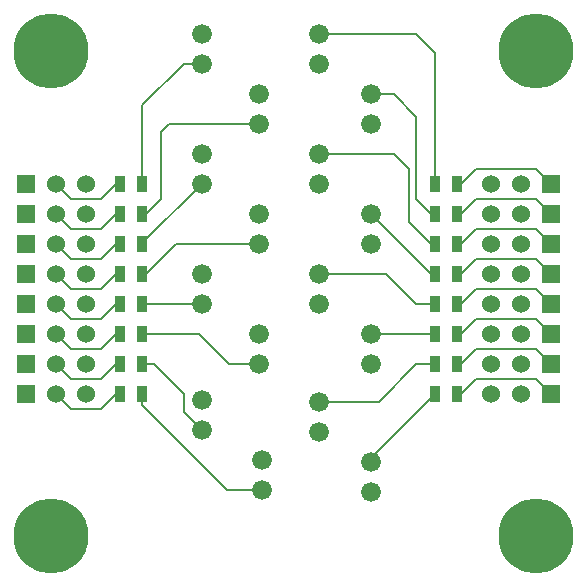
<source format=gtl>
G04 (created by PCBNEW (2013-04-19 BZR 4011)-stable) date 01/07/2014 10:59:58*
%MOIN*%
G04 Gerber Fmt 3.4, Leading zero omitted, Abs format*
%FSLAX34Y34*%
G01*
G70*
G90*
G04 APERTURE LIST*
%ADD10C,0*%
%ADD11C,0.066*%
%ADD12C,0.25*%
%ADD13R,0.06X0.06*%
%ADD14C,0.06*%
%ADD15R,0.035X0.055*%
%ADD16C,0.008*%
G04 APERTURE END LIST*
G54D10*
G54D11*
X67600Y-45700D03*
X67600Y-44700D03*
X71500Y-41500D03*
X71500Y-40500D03*
X73250Y-43500D03*
X73250Y-42500D03*
X71500Y-45750D03*
X71500Y-44750D03*
X73250Y-47750D03*
X73250Y-46750D03*
X69600Y-47700D03*
X69600Y-46700D03*
X69500Y-43500D03*
X69500Y-42500D03*
X67600Y-41500D03*
X67600Y-40500D03*
X69500Y-39500D03*
X69500Y-38500D03*
X67600Y-37500D03*
X67600Y-36500D03*
X69500Y-35500D03*
X69500Y-34500D03*
X67600Y-33500D03*
X67600Y-32500D03*
X71500Y-33500D03*
X71500Y-32500D03*
X73250Y-39500D03*
X73250Y-38500D03*
X71500Y-37500D03*
X71500Y-36500D03*
X73250Y-35500D03*
X73250Y-34500D03*
G54D12*
X78740Y-49212D03*
X62598Y-49212D03*
X78740Y-33070D03*
X62598Y-33070D03*
G54D13*
X61750Y-38500D03*
G54D14*
X62750Y-38500D03*
X63750Y-38500D03*
G54D13*
X79250Y-37500D03*
G54D14*
X78250Y-37500D03*
X77250Y-37500D03*
G54D13*
X79250Y-39500D03*
G54D14*
X78250Y-39500D03*
X77250Y-39500D03*
G54D13*
X79250Y-41500D03*
G54D14*
X78250Y-41500D03*
X77250Y-41500D03*
G54D13*
X79250Y-43500D03*
G54D14*
X78250Y-43500D03*
X77250Y-43500D03*
G54D13*
X61750Y-44500D03*
G54D14*
X62750Y-44500D03*
X63750Y-44500D03*
G54D13*
X61750Y-42500D03*
G54D14*
X62750Y-42500D03*
X63750Y-42500D03*
G54D13*
X61750Y-40500D03*
G54D14*
X62750Y-40500D03*
X63750Y-40500D03*
G54D13*
X61750Y-37500D03*
G54D14*
X62750Y-37500D03*
X63750Y-37500D03*
G54D13*
X79250Y-38500D03*
G54D14*
X78250Y-38500D03*
X77250Y-38500D03*
G54D13*
X79250Y-40500D03*
G54D14*
X78250Y-40500D03*
X77250Y-40500D03*
G54D13*
X79250Y-42500D03*
G54D14*
X78250Y-42500D03*
X77250Y-42500D03*
G54D13*
X79250Y-44500D03*
G54D14*
X78250Y-44500D03*
X77250Y-44500D03*
G54D13*
X61750Y-43500D03*
G54D14*
X62750Y-43500D03*
X63750Y-43500D03*
G54D13*
X61750Y-41500D03*
G54D14*
X62750Y-41500D03*
X63750Y-41500D03*
G54D13*
X61750Y-39500D03*
G54D14*
X62750Y-39500D03*
X63750Y-39500D03*
G54D15*
X76125Y-37500D03*
X75375Y-37500D03*
X76125Y-39500D03*
X75375Y-39500D03*
X76125Y-38500D03*
X75375Y-38500D03*
X64875Y-37500D03*
X65625Y-37500D03*
X64875Y-39500D03*
X65625Y-39500D03*
X64875Y-40500D03*
X65625Y-40500D03*
X64875Y-41500D03*
X65625Y-41500D03*
X64875Y-42500D03*
X65625Y-42500D03*
X64875Y-43500D03*
X65625Y-43500D03*
X64875Y-44500D03*
X65625Y-44500D03*
X76125Y-44500D03*
X75375Y-44500D03*
X76125Y-43500D03*
X75375Y-43500D03*
X76125Y-40500D03*
X75375Y-40500D03*
X76125Y-41500D03*
X75375Y-41500D03*
X76125Y-42500D03*
X75375Y-42500D03*
X64875Y-38500D03*
X65625Y-38500D03*
G54D16*
X79250Y-41500D02*
X78750Y-41000D01*
X76250Y-41500D02*
X76125Y-41500D01*
X76750Y-41000D02*
X76250Y-41500D01*
X78750Y-41000D02*
X76750Y-41000D01*
X62750Y-44500D02*
X63250Y-45000D01*
X64750Y-44500D02*
X64875Y-44500D01*
X64250Y-45000D02*
X64750Y-44500D01*
X63250Y-45000D02*
X64250Y-45000D01*
X65625Y-44500D02*
X65625Y-44875D01*
X68450Y-47700D02*
X69600Y-47700D01*
X65625Y-44875D02*
X68450Y-47700D01*
X73250Y-46750D02*
X73250Y-46625D01*
X73250Y-46625D02*
X75375Y-44500D01*
X79250Y-44500D02*
X78750Y-44000D01*
X76250Y-44500D02*
X76125Y-44500D01*
X76750Y-44000D02*
X76250Y-44500D01*
X78750Y-44000D02*
X76750Y-44000D01*
X79250Y-43500D02*
X78750Y-43000D01*
X76250Y-43500D02*
X76125Y-43500D01*
X76750Y-43000D02*
X76250Y-43500D01*
X78750Y-43000D02*
X76750Y-43000D01*
X75375Y-39500D02*
X75250Y-39500D01*
X74000Y-36500D02*
X71500Y-36500D01*
X74500Y-37000D02*
X74000Y-36500D01*
X74500Y-38750D02*
X74500Y-37000D01*
X75250Y-39500D02*
X74500Y-38750D01*
X75375Y-38500D02*
X75250Y-38500D01*
X74000Y-34500D02*
X73250Y-34500D01*
X74750Y-35250D02*
X74000Y-34500D01*
X74750Y-38000D02*
X74750Y-35250D01*
X75250Y-38500D02*
X74750Y-38000D01*
X79250Y-38500D02*
X78750Y-38000D01*
X76250Y-38500D02*
X76125Y-38500D01*
X76750Y-38000D02*
X76250Y-38500D01*
X78750Y-38000D02*
X76750Y-38000D01*
X75375Y-37500D02*
X75375Y-33125D01*
X74750Y-32500D02*
X71500Y-32500D01*
X75375Y-33125D02*
X74750Y-32500D01*
X79250Y-37500D02*
X78750Y-37000D01*
X76250Y-37500D02*
X76125Y-37500D01*
X76750Y-37000D02*
X76250Y-37500D01*
X78750Y-37000D02*
X76750Y-37000D01*
X75375Y-40500D02*
X75250Y-40500D01*
X74250Y-39500D02*
X73250Y-38500D01*
X75250Y-40500D02*
X74250Y-39500D01*
X79250Y-40500D02*
X78750Y-40000D01*
X76250Y-40500D02*
X76125Y-40500D01*
X76750Y-40000D02*
X76250Y-40500D01*
X78750Y-40000D02*
X76750Y-40000D01*
X79250Y-39500D02*
X78750Y-39000D01*
X76250Y-39500D02*
X76125Y-39500D01*
X76750Y-39000D02*
X76250Y-39500D01*
X78750Y-39000D02*
X76750Y-39000D01*
X62750Y-39500D02*
X63250Y-40000D01*
X64750Y-39500D02*
X64875Y-39500D01*
X64250Y-40000D02*
X64750Y-39500D01*
X63250Y-40000D02*
X64250Y-40000D01*
X62750Y-38500D02*
X63250Y-39000D01*
X64750Y-38500D02*
X64875Y-38500D01*
X64250Y-39000D02*
X64750Y-38500D01*
X63250Y-39000D02*
X64250Y-39000D01*
X65625Y-38500D02*
X65750Y-38500D01*
X66500Y-35500D02*
X69500Y-35500D01*
X66250Y-35750D02*
X66500Y-35500D01*
X66250Y-38000D02*
X66250Y-35750D01*
X65750Y-38500D02*
X66250Y-38000D01*
X65625Y-39500D02*
X65625Y-39475D01*
X65625Y-39475D02*
X67600Y-37500D01*
X65625Y-40500D02*
X65750Y-40500D01*
X66750Y-39500D02*
X69500Y-39500D01*
X65750Y-40500D02*
X66750Y-39500D01*
X65625Y-37500D02*
X65625Y-34875D01*
X67000Y-33500D02*
X67600Y-33500D01*
X65625Y-34875D02*
X67000Y-33500D01*
X71500Y-44750D02*
X73500Y-44750D01*
X74750Y-43500D02*
X75375Y-43500D01*
X73500Y-44750D02*
X74750Y-43500D01*
X62750Y-37500D02*
X63250Y-38000D01*
X64750Y-37500D02*
X64875Y-37500D01*
X64250Y-38000D02*
X64750Y-37500D01*
X63250Y-38000D02*
X64250Y-38000D01*
X62750Y-42500D02*
X63250Y-43000D01*
X64750Y-42500D02*
X64875Y-42500D01*
X64250Y-43000D02*
X64750Y-42500D01*
X63250Y-43000D02*
X64250Y-43000D01*
X65625Y-42500D02*
X67500Y-42500D01*
X68500Y-43500D02*
X69500Y-43500D01*
X67500Y-42500D02*
X68500Y-43500D01*
X65625Y-43500D02*
X66000Y-43500D01*
X67000Y-45100D02*
X67600Y-45700D01*
X67000Y-44500D02*
X67000Y-45100D01*
X66000Y-43500D02*
X67000Y-44500D01*
X73250Y-42500D02*
X75375Y-42500D01*
X62750Y-43500D02*
X63250Y-44000D01*
X64750Y-43500D02*
X64875Y-43500D01*
X64250Y-44000D02*
X64750Y-43500D01*
X63250Y-44000D02*
X64250Y-44000D01*
X62750Y-40500D02*
X63250Y-41000D01*
X64750Y-40500D02*
X64875Y-40500D01*
X64250Y-41000D02*
X64750Y-40500D01*
X63250Y-41000D02*
X64250Y-41000D01*
X65625Y-41500D02*
X67600Y-41500D01*
X62750Y-41500D02*
X63250Y-42000D01*
X64750Y-41500D02*
X64875Y-41500D01*
X64250Y-42000D02*
X64750Y-41500D01*
X63250Y-42000D02*
X64250Y-42000D01*
X79250Y-42500D02*
X78750Y-42000D01*
X76250Y-42500D02*
X76125Y-42500D01*
X76750Y-42000D02*
X76250Y-42500D01*
X78750Y-42000D02*
X76750Y-42000D01*
X71500Y-40500D02*
X73750Y-40500D01*
X74750Y-41500D02*
X75375Y-41500D01*
X73750Y-40500D02*
X74750Y-41500D01*
M02*

</source>
